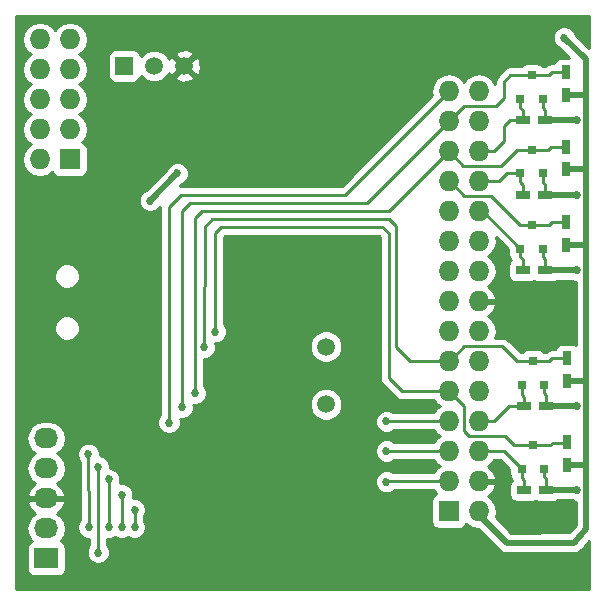
<source format=gbl>
G04 #@! TF.FileFunction,Copper,L2,Bot,Signal*
%FSLAX46Y46*%
G04 Gerber Fmt 4.6, Leading zero omitted, Abs format (unit mm)*
G04 Created by KiCad (PCBNEW 4.0.0-rc1-stable) date 06/12/2015 04:25:02 p.m.*
%MOMM*%
G01*
G04 APERTURE LIST*
%ADD10C,0.100000*%
%ADD11R,2.032000X1.727200*%
%ADD12O,2.032000X1.727200*%
%ADD13R,1.727200X1.727200*%
%ADD14O,1.727200X1.727200*%
%ADD15R,0.800100X0.800100*%
%ADD16R,1.200000X0.750000*%
%ADD17R,0.750000X1.200000*%
%ADD18C,1.510000*%
%ADD19R,1.510000X1.510000*%
%ADD20C,1.501140*%
%ADD21C,0.685800*%
%ADD22C,0.250000*%
%ADD23C,0.500000*%
%ADD24C,0.254000*%
G04 APERTURE END LIST*
D10*
D11*
X139900000Y-109800000D03*
D12*
X139900000Y-107260000D03*
X139900000Y-104720000D03*
X139900000Y-102180000D03*
X139900000Y-99640000D03*
D13*
X174000000Y-105800000D03*
D14*
X176540000Y-105800000D03*
X174000000Y-103260000D03*
X176540000Y-103260000D03*
X174000000Y-100720000D03*
X176540000Y-100720000D03*
X174000000Y-98180000D03*
X176540000Y-98180000D03*
X174000000Y-95640000D03*
X176540000Y-95640000D03*
X174000000Y-93100000D03*
X176540000Y-93100000D03*
X174000000Y-90560000D03*
X176540000Y-90560000D03*
X174000000Y-88020000D03*
X176540000Y-88020000D03*
X174000000Y-85480000D03*
X176540000Y-85480000D03*
X174000000Y-82940000D03*
X176540000Y-82940000D03*
X174000000Y-80400000D03*
X176540000Y-80400000D03*
X174000000Y-77860000D03*
X176540000Y-77860000D03*
X174000000Y-75320000D03*
X176540000Y-75320000D03*
X174000000Y-72780000D03*
X176540000Y-72780000D03*
X174000000Y-70240000D03*
X176540000Y-70240000D03*
D13*
X141900000Y-76000000D03*
D14*
X139360000Y-76000000D03*
X141900000Y-73460000D03*
X139360000Y-73460000D03*
X141900000Y-70920000D03*
X139360000Y-70920000D03*
X141900000Y-68380000D03*
X139360000Y-68380000D03*
X141900000Y-65840000D03*
X139360000Y-65840000D03*
D15*
X182050000Y-102200760D03*
X180150000Y-102200760D03*
X181100000Y-100201780D03*
X181950000Y-70900760D03*
X180050000Y-70900760D03*
X181000000Y-68901780D03*
X181950000Y-77200760D03*
X180050000Y-77200760D03*
X181000000Y-75201780D03*
X182050000Y-95100760D03*
X180150000Y-95100760D03*
X181100000Y-93101780D03*
X181950000Y-83600760D03*
X180050000Y-83600760D03*
X181000000Y-81601780D03*
D16*
X182250000Y-104000000D03*
X180350000Y-104000000D03*
X182150000Y-72700000D03*
X180250000Y-72700000D03*
D17*
X184000000Y-101850000D03*
X184000000Y-99950000D03*
X183900000Y-70550000D03*
X183900000Y-68650000D03*
D16*
X182150000Y-79000000D03*
X180250000Y-79000000D03*
X182250000Y-96900000D03*
X180350000Y-96900000D03*
D17*
X183900000Y-76850000D03*
X183900000Y-74950000D03*
X184000000Y-94750000D03*
X184000000Y-92850000D03*
D16*
X182150000Y-85400000D03*
X180250000Y-85400000D03*
D17*
X183900000Y-83250000D03*
X183900000Y-81350000D03*
D18*
X151580000Y-68100000D03*
D19*
X146500000Y-68100000D03*
D18*
X149040000Y-68100000D03*
D20*
X163600000Y-96740940D03*
X163600000Y-91859060D03*
D21*
X145040000Y-111390000D03*
X145850000Y-111390000D03*
X143460000Y-111390000D03*
X182120000Y-90390000D03*
X182110000Y-89580000D03*
X182130000Y-88770000D03*
X182120000Y-87970000D03*
X183660000Y-106310000D03*
X183660000Y-107110000D03*
X182870000Y-107110000D03*
X182070000Y-106310000D03*
X182070000Y-107100000D03*
X144250000Y-111390000D03*
X153680000Y-70850000D03*
X154260000Y-70290000D03*
X160670000Y-76330000D03*
X162230000Y-76320000D03*
X160680000Y-72730000D03*
X162260000Y-72730000D03*
X139430000Y-95750000D03*
X140220000Y-95750000D03*
X146880000Y-84460000D03*
X146880000Y-82870000D03*
X146720000Y-92420000D03*
X146720000Y-90820000D03*
X164660000Y-88130000D03*
X163860000Y-88130000D03*
X163060000Y-88130000D03*
X162260000Y-88130000D03*
X164710000Y-83620000D03*
X164710000Y-82820000D03*
X163900000Y-82820000D03*
X163100000Y-82820000D03*
X162280000Y-82810000D03*
X161470000Y-82830000D03*
X163900000Y-83620000D03*
X163100000Y-83620000D03*
X162280000Y-83620000D03*
X146720000Y-91620000D03*
X146880000Y-83670000D03*
X161470000Y-72730000D03*
X161450000Y-76320000D03*
X138650000Y-95750000D03*
X161470000Y-83620000D03*
X161460000Y-88130000D03*
X182870000Y-106310000D03*
X154830000Y-69720000D03*
X159650000Y-68730000D03*
X151000000Y-77200000D03*
X148700000Y-79500000D03*
X183750000Y-65700000D03*
X184800000Y-104000000D03*
X184800000Y-96900000D03*
X184800000Y-85400000D03*
X184800000Y-79000000D03*
X184800000Y-72700000D03*
X147390000Y-105690000D03*
X147390000Y-107140000D03*
X146300000Y-104420000D03*
X146300000Y-107140000D03*
X168700000Y-103300000D03*
X168700000Y-100700000D03*
X168700000Y-98200000D03*
X154200000Y-90600000D03*
X153300000Y-91900000D03*
X152500000Y-95800000D03*
X145200000Y-107150000D03*
X145200000Y-103100000D03*
X151400000Y-97000000D03*
X143490000Y-107140000D03*
X143480000Y-100970000D03*
X150300000Y-98300000D03*
X144300000Y-109300000D03*
X144300000Y-102050000D03*
D22*
X144620000Y-111390000D02*
X145040000Y-111390000D01*
X145040000Y-111390000D02*
X145850000Y-111390000D01*
X144250000Y-111390000D02*
X143460000Y-111390000D01*
X182120000Y-90390000D02*
X182130000Y-90390000D01*
X182110000Y-88790000D02*
X182110000Y-89580000D01*
X182130000Y-88770000D02*
X182110000Y-88790000D01*
X182870000Y-106310000D02*
X182870000Y-107110000D01*
X182070000Y-106310000D02*
X182870000Y-106310000D01*
X144250000Y-111390000D02*
X141870000Y-109010000D01*
X154830000Y-69720000D02*
X154260000Y-70290000D01*
X161450000Y-76320000D02*
X162230000Y-76320000D01*
X161470000Y-72730000D02*
X162260000Y-72730000D01*
X139430000Y-95750000D02*
X138650000Y-95750000D01*
X146880000Y-83670000D02*
X146880000Y-82870000D01*
X146720000Y-91620000D02*
X146720000Y-90820000D01*
X161460000Y-88130000D02*
X162260000Y-88130000D01*
X163060000Y-88130000D02*
X163860000Y-88130000D01*
X164710000Y-83620000D02*
X163900000Y-83620000D01*
X163900000Y-83620000D02*
X163900000Y-82820000D01*
X162280000Y-83620000D02*
X162280000Y-82810000D01*
X162280000Y-83620000D02*
X163100000Y-83620000D01*
X146720000Y-83830000D02*
X146720000Y-91620000D01*
X146880000Y-83670000D02*
X146720000Y-83830000D01*
X161470000Y-76300000D02*
X161470000Y-72730000D01*
X161450000Y-76320000D02*
X161470000Y-76300000D01*
X139900000Y-104720000D02*
X138350000Y-104720000D01*
X137820000Y-96580000D02*
X138650000Y-95750000D01*
X137820000Y-104190000D02*
X137820000Y-96580000D01*
X138350000Y-104720000D02*
X137820000Y-104190000D01*
X161470000Y-87750000D02*
X161470000Y-83620000D01*
X161460000Y-88130000D02*
X161470000Y-87750000D01*
X182070000Y-88020000D02*
X176540000Y-88020000D01*
X182120000Y-87970000D02*
X182070000Y-88020000D01*
X176540000Y-103260000D02*
X178080000Y-103260000D01*
X141840000Y-104720000D02*
X139900000Y-104720000D01*
X141870000Y-104690000D02*
X141840000Y-104720000D01*
X141870000Y-109010000D02*
X141870000Y-104690000D01*
X179600000Y-106310000D02*
X182870000Y-106310000D01*
X178650000Y-105360000D02*
X179600000Y-106310000D01*
X178650000Y-103830000D02*
X178650000Y-105360000D01*
X178080000Y-103260000D02*
X178650000Y-103830000D01*
X158660000Y-69720000D02*
X154830000Y-69720000D01*
X159650000Y-68730000D02*
X158660000Y-69720000D01*
D23*
X176540000Y-105800000D02*
X176540000Y-106150000D01*
X176540000Y-106150000D02*
X178880000Y-108490000D01*
X148700000Y-79500000D02*
X151000000Y-77200000D01*
X183900000Y-76850000D02*
X185550000Y-76850000D01*
X185550000Y-76850000D02*
X185600000Y-76900000D01*
X185600000Y-101850000D02*
X184000000Y-101850000D01*
X185600000Y-94750000D02*
X184000000Y-94750000D01*
X185600000Y-83250000D02*
X183900000Y-83250000D01*
X183900000Y-70550000D02*
X185600000Y-70550000D01*
X178880000Y-108490000D02*
X184587488Y-108481066D01*
X185600000Y-67550000D02*
X183750000Y-65700000D01*
X185600000Y-107330000D02*
X185600000Y-101850000D01*
X185600000Y-101850000D02*
X185600000Y-94750000D01*
X185600000Y-94750000D02*
X185600000Y-83250000D01*
X185600000Y-83250000D02*
X185600000Y-76900000D01*
X185600000Y-76900000D02*
X185600000Y-70550000D01*
X185600000Y-70550000D02*
X185600000Y-67550000D01*
X184587488Y-108481066D02*
X185600000Y-107330000D01*
X182250000Y-104000000D02*
X184800000Y-104000000D01*
X182250000Y-96900000D02*
X184800000Y-96900000D01*
X182150000Y-85400000D02*
X184800000Y-85400000D01*
X182150000Y-79000000D02*
X184800000Y-79000000D01*
X182150000Y-72700000D02*
X184800000Y-72700000D01*
D22*
X181950000Y-83600760D02*
X181950000Y-84250000D01*
X181950000Y-84250000D02*
X182150000Y-84450000D01*
X182150000Y-84450000D02*
X182150000Y-85400000D01*
X182250000Y-104000000D02*
X182250000Y-103050000D01*
X182050000Y-102850000D02*
X182050000Y-102200760D01*
X182250000Y-103050000D02*
X182050000Y-102850000D01*
X181950000Y-77200760D02*
X181950000Y-77950000D01*
X181950000Y-77950000D02*
X182150000Y-78150000D01*
X182150000Y-78150000D02*
X182150000Y-79000000D01*
X182050000Y-95100760D02*
X182050000Y-95750000D01*
X182250000Y-95950000D02*
X182250000Y-96900000D01*
X182050000Y-95750000D02*
X182250000Y-95950000D01*
X181950000Y-70900760D02*
X181950000Y-71650000D01*
X181950000Y-71650000D02*
X182150000Y-71850000D01*
X182150000Y-71850000D02*
X182150000Y-72700000D01*
X147390000Y-105690000D02*
X147390000Y-107140000D01*
X146300000Y-104420000D02*
X146300000Y-107140000D01*
X176500000Y-93100000D02*
X176540000Y-93100000D01*
X168740000Y-103260000D02*
X174000000Y-103260000D01*
X168700000Y-103300000D02*
X168740000Y-103260000D01*
X168720000Y-100720000D02*
X174000000Y-100720000D01*
X168700000Y-100700000D02*
X168720000Y-100720000D01*
X168720000Y-98180000D02*
X174000000Y-98180000D01*
X168700000Y-98200000D02*
X168720000Y-98180000D01*
X174000000Y-95640000D02*
X174000000Y-95650000D01*
X174000000Y-95650000D02*
X175250000Y-96900000D01*
X179501780Y-100201780D02*
X181100000Y-100201780D01*
X178750000Y-99450000D02*
X179501780Y-100201780D01*
X175700000Y-99450000D02*
X178750000Y-99450000D01*
X175250000Y-99000000D02*
X175700000Y-99450000D01*
X175250000Y-96900000D02*
X175250000Y-99000000D01*
X174000000Y-95640000D02*
X174010000Y-95640000D01*
X170040000Y-95640000D02*
X174000000Y-95640000D01*
X168900000Y-94500000D02*
X170040000Y-95640000D01*
X168900000Y-82260000D02*
X168900000Y-94500000D01*
X168330000Y-81750000D02*
X168900000Y-82260000D01*
X154720000Y-81750000D02*
X168330000Y-81750000D01*
X154210000Y-82260000D02*
X154720000Y-81750000D01*
X154200000Y-90600000D02*
X154210000Y-82260000D01*
X184000000Y-100050000D02*
X182750000Y-100050000D01*
X182598220Y-100201780D02*
X181100000Y-100201780D01*
X182750000Y-100050000D02*
X182598220Y-100201780D01*
X174000000Y-93100000D02*
X174050000Y-93100000D01*
X174050000Y-93100000D02*
X175300000Y-91850000D01*
X179751780Y-93101780D02*
X181100000Y-93101780D01*
X178500000Y-91850000D02*
X179751780Y-93101780D01*
X175300000Y-91850000D02*
X178500000Y-91850000D01*
X170700000Y-93100000D02*
X174000000Y-93100000D01*
X169500000Y-91900000D02*
X170700000Y-93100000D01*
X169510000Y-81690000D02*
X169500000Y-91900000D01*
X168890000Y-81070000D02*
X169510000Y-81690000D01*
X153940000Y-81080000D02*
X168890000Y-81070000D01*
X153310000Y-81700000D02*
X153940000Y-81080000D01*
X153300000Y-91900000D02*
X153310000Y-81700000D01*
X181100000Y-93101780D02*
X182498220Y-93101780D01*
X182750000Y-92850000D02*
X184000000Y-92850000D01*
X182498220Y-93101780D02*
X182750000Y-92850000D01*
X176540000Y-75320000D02*
X177780000Y-75320000D01*
X179150000Y-72700000D02*
X180250000Y-72700000D01*
X178650000Y-73200000D02*
X179150000Y-72700000D01*
X178650000Y-74450000D02*
X178650000Y-73200000D01*
X177780000Y-75320000D02*
X178650000Y-74450000D01*
X180170000Y-72780000D02*
X180250000Y-72700000D01*
X180049240Y-70900000D02*
X180050000Y-70900760D01*
X180050000Y-70900760D02*
X180050000Y-71650000D01*
X180050000Y-71650000D02*
X180250000Y-71850000D01*
X180250000Y-71850000D02*
X180250000Y-72700000D01*
X176540000Y-77860000D02*
X178240000Y-77860000D01*
X178899240Y-77200760D02*
X180050000Y-77200760D01*
X178240000Y-77860000D02*
X178899240Y-77200760D01*
X180050000Y-77200760D02*
X180050000Y-77950000D01*
X180250000Y-78150000D02*
X180250000Y-79000000D01*
X180050000Y-77950000D02*
X180250000Y-78150000D01*
X176540000Y-80400000D02*
X176849240Y-80400000D01*
X176849240Y-80400000D02*
X180050000Y-83600760D01*
X180050000Y-83600760D02*
X180050000Y-83450000D01*
X180050000Y-83600760D02*
X180050000Y-84250000D01*
X180250000Y-84450000D02*
X180250000Y-85400000D01*
X180050000Y-84250000D02*
X180250000Y-84450000D01*
X176540000Y-98180000D02*
X177820000Y-98180000D01*
X179100000Y-96900000D02*
X180350000Y-96900000D01*
X177820000Y-98180000D02*
X179100000Y-96900000D01*
X180150000Y-95100760D02*
X180150000Y-95950000D01*
X180150000Y-95950000D02*
X180350000Y-96150000D01*
X180350000Y-96150000D02*
X180350000Y-96900000D01*
X176540000Y-100720000D02*
X178669240Y-100720000D01*
X178669240Y-100720000D02*
X180150000Y-102200760D01*
X180350000Y-104000000D02*
X180350000Y-104050000D01*
X180350000Y-104000000D02*
X180350000Y-103150000D01*
X180150000Y-102950000D02*
X180150000Y-102200760D01*
X180350000Y-103150000D02*
X180150000Y-102950000D01*
X180150000Y-102200760D02*
X180110760Y-102240000D01*
X174000000Y-77860000D02*
X174060000Y-77860000D01*
X174060000Y-77860000D02*
X175300000Y-79100000D01*
X180051780Y-81601780D02*
X181000000Y-81601780D01*
X177550000Y-79100000D02*
X180051780Y-81601780D01*
X175300000Y-79100000D02*
X177550000Y-79100000D01*
X174000000Y-77860000D02*
X174000000Y-77850000D01*
X181000000Y-81601780D02*
X182498220Y-81601780D01*
X182750000Y-81350000D02*
X183900000Y-81350000D01*
X182498220Y-81601780D02*
X182750000Y-81350000D01*
X181000000Y-75201780D02*
X179748220Y-75201780D01*
X175230000Y-76550000D02*
X174000000Y-75320000D01*
X178400000Y-76550000D02*
X175230000Y-76550000D01*
X179748220Y-75201780D02*
X178400000Y-76550000D01*
X174000000Y-75320000D02*
X174000000Y-75300000D01*
X152500000Y-95800000D02*
X152500000Y-81000000D01*
X152500000Y-81000000D02*
X153100000Y-80400000D01*
X153100000Y-80400000D02*
X168920000Y-80400000D01*
X168920000Y-80400000D02*
X174000000Y-75320000D01*
X181000000Y-75201780D02*
X182398220Y-75201780D01*
X182650000Y-74950000D02*
X183900000Y-74950000D01*
X182398220Y-75201780D02*
X182650000Y-74950000D01*
X145200000Y-103100000D02*
X145200000Y-107150000D01*
X174000000Y-72780000D02*
X174000000Y-72750000D01*
X174000000Y-72750000D02*
X175250000Y-71500000D01*
X179198220Y-68901780D02*
X181000000Y-68901780D01*
X178650000Y-69450000D02*
X179198220Y-68901780D01*
X178650000Y-70850000D02*
X178650000Y-69450000D01*
X178000000Y-71500000D02*
X178650000Y-70850000D01*
X175250000Y-71500000D02*
X178000000Y-71500000D01*
X181000000Y-68901780D02*
X182448220Y-68901780D01*
X182700000Y-68650000D02*
X183900000Y-68650000D01*
X182448220Y-68901780D02*
X182700000Y-68650000D01*
X167080000Y-79700000D02*
X174000000Y-72780000D01*
X152100000Y-79700000D02*
X167080000Y-79700000D01*
X151400000Y-80400000D02*
X152100000Y-79700000D01*
X151400000Y-97000000D02*
X151400000Y-80400000D01*
X143480000Y-100970000D02*
X143490000Y-107140000D01*
X165240000Y-79000000D02*
X174000000Y-70240000D01*
X151300000Y-79000000D02*
X165240000Y-79000000D01*
X150300000Y-80000000D02*
X151300000Y-79000000D01*
X150300000Y-98300000D02*
X150300000Y-80000000D01*
X144300000Y-102050000D02*
X144300000Y-109300000D01*
D24*
G36*
X185890000Y-66588421D02*
X184671846Y-65370266D01*
X184579507Y-65146788D01*
X184304659Y-64871460D01*
X183945370Y-64722270D01*
X183556337Y-64721931D01*
X183196788Y-64870493D01*
X182921460Y-65145341D01*
X182772270Y-65504630D01*
X182771931Y-65893663D01*
X182920493Y-66253212D01*
X183195341Y-66528540D01*
X183420422Y-66622002D01*
X184200981Y-67402560D01*
X183525000Y-67402560D01*
X183289683Y-67446838D01*
X183073559Y-67585910D01*
X182928569Y-67798110D01*
X182909961Y-67890000D01*
X182700000Y-67890000D01*
X182409161Y-67947852D01*
X182162599Y-68112599D01*
X182133418Y-68141780D01*
X181923013Y-68141780D01*
X181864140Y-68050289D01*
X181651940Y-67905299D01*
X181400050Y-67854290D01*
X180599950Y-67854290D01*
X180364633Y-67898568D01*
X180148509Y-68037640D01*
X180077353Y-68141780D01*
X179198220Y-68141780D01*
X178907381Y-68199632D01*
X178660819Y-68364379D01*
X178112599Y-68912599D01*
X177947852Y-69159161D01*
X177890000Y-69450000D01*
X177890000Y-69585480D01*
X177599670Y-69150971D01*
X177113489Y-68826115D01*
X176540000Y-68712041D01*
X175966511Y-68826115D01*
X175480330Y-69150971D01*
X175270000Y-69465752D01*
X175059670Y-69150971D01*
X174573489Y-68826115D01*
X174000000Y-68712041D01*
X173426511Y-68826115D01*
X172940330Y-69150971D01*
X172615474Y-69637152D01*
X172501400Y-70210641D01*
X172501400Y-70269359D01*
X172566842Y-70598356D01*
X164925198Y-78240000D01*
X151300000Y-78240000D01*
X151189624Y-78261955D01*
X151329733Y-78121846D01*
X151553212Y-78029507D01*
X151828540Y-77754659D01*
X151977730Y-77395370D01*
X151978069Y-77006337D01*
X151829507Y-76646788D01*
X151554659Y-76371460D01*
X151195370Y-76222270D01*
X150806337Y-76221931D01*
X150446788Y-76370493D01*
X150171460Y-76645341D01*
X150077998Y-76870423D01*
X148370266Y-78578154D01*
X148146788Y-78670493D01*
X147871460Y-78945341D01*
X147722270Y-79304630D01*
X147721931Y-79693663D01*
X147870493Y-80053212D01*
X148145341Y-80328540D01*
X148504630Y-80477730D01*
X148893663Y-80478069D01*
X149253212Y-80329507D01*
X149528540Y-80054659D01*
X149540000Y-80027060D01*
X149540000Y-97676920D01*
X149471460Y-97745341D01*
X149322270Y-98104630D01*
X149321931Y-98493663D01*
X149470493Y-98853212D01*
X149745341Y-99128540D01*
X150104630Y-99277730D01*
X150493663Y-99278069D01*
X150853212Y-99129507D01*
X151128540Y-98854659D01*
X151277730Y-98495370D01*
X151278069Y-98106337D01*
X151224937Y-97977748D01*
X151593663Y-97978069D01*
X151953212Y-97829507D01*
X152228540Y-97554659D01*
X152377730Y-97195370D01*
X152377886Y-97015338D01*
X162214190Y-97015338D01*
X162424686Y-97524777D01*
X162814113Y-97914884D01*
X163323184Y-98126269D01*
X163874398Y-98126750D01*
X164383837Y-97916254D01*
X164773944Y-97526827D01*
X164985329Y-97017756D01*
X164985810Y-96466542D01*
X164775314Y-95957103D01*
X164385887Y-95566996D01*
X163876816Y-95355611D01*
X163325602Y-95355130D01*
X162816163Y-95565626D01*
X162426056Y-95955053D01*
X162214671Y-96464124D01*
X162214190Y-97015338D01*
X152377886Y-97015338D01*
X152378069Y-96806337D01*
X152366271Y-96777784D01*
X152693663Y-96778069D01*
X153053212Y-96629507D01*
X153328540Y-96354659D01*
X153477730Y-95995370D01*
X153478069Y-95606337D01*
X153329507Y-95246788D01*
X153260000Y-95177160D01*
X153260000Y-92877865D01*
X153493663Y-92878069D01*
X153853212Y-92729507D01*
X154128540Y-92454659D01*
X154261914Y-92133458D01*
X162214190Y-92133458D01*
X162424686Y-92642897D01*
X162814113Y-93033004D01*
X163323184Y-93244389D01*
X163874398Y-93244870D01*
X164383837Y-93034374D01*
X164773944Y-92644947D01*
X164985329Y-92135876D01*
X164985810Y-91584662D01*
X164775314Y-91075223D01*
X164385887Y-90685116D01*
X163876816Y-90473731D01*
X163325602Y-90473250D01*
X162816163Y-90683746D01*
X162426056Y-91073173D01*
X162214671Y-91582244D01*
X162214190Y-92133458D01*
X154261914Y-92133458D01*
X154277730Y-92095370D01*
X154278069Y-91706337D01*
X154225009Y-91577922D01*
X154393663Y-91578069D01*
X154753212Y-91429507D01*
X155028540Y-91154659D01*
X155177730Y-90795370D01*
X155178069Y-90406337D01*
X155029507Y-90046788D01*
X154960746Y-89977907D01*
X154969622Y-82575180D01*
X155034802Y-82510000D01*
X168039631Y-82510000D01*
X168140000Y-82599803D01*
X168140000Y-94500000D01*
X168197852Y-94790839D01*
X168362599Y-95037401D01*
X169502599Y-96177401D01*
X169749160Y-96342148D01*
X169797414Y-96351746D01*
X170040000Y-96400000D01*
X172720480Y-96400000D01*
X172940330Y-96729029D01*
X173211172Y-96910000D01*
X172940330Y-97090971D01*
X172720480Y-97420000D01*
X169303114Y-97420000D01*
X169254659Y-97371460D01*
X168895370Y-97222270D01*
X168506337Y-97221931D01*
X168146788Y-97370493D01*
X167871460Y-97645341D01*
X167722270Y-98004630D01*
X167721931Y-98393663D01*
X167870493Y-98753212D01*
X168145341Y-99028540D01*
X168504630Y-99177730D01*
X168893663Y-99178069D01*
X169253212Y-99029507D01*
X169342875Y-98940000D01*
X172720480Y-98940000D01*
X172940330Y-99269029D01*
X173211172Y-99450000D01*
X172940330Y-99630971D01*
X172720480Y-99960000D01*
X169343045Y-99960000D01*
X169254659Y-99871460D01*
X168895370Y-99722270D01*
X168506337Y-99721931D01*
X168146788Y-99870493D01*
X167871460Y-100145341D01*
X167722270Y-100504630D01*
X167721931Y-100893663D01*
X167870493Y-101253212D01*
X168145341Y-101528540D01*
X168504630Y-101677730D01*
X168893663Y-101678069D01*
X169253212Y-101529507D01*
X169302805Y-101480000D01*
X172720480Y-101480000D01*
X172940330Y-101809029D01*
X173211172Y-101990000D01*
X172940330Y-102170971D01*
X172720480Y-102500000D01*
X169283149Y-102500000D01*
X169254659Y-102471460D01*
X168895370Y-102322270D01*
X168506337Y-102321931D01*
X168146788Y-102470493D01*
X167871460Y-102745341D01*
X167722270Y-103104630D01*
X167721931Y-103493663D01*
X167870493Y-103853212D01*
X168145341Y-104128540D01*
X168504630Y-104277730D01*
X168893663Y-104278069D01*
X169253212Y-104129507D01*
X169362910Y-104020000D01*
X172720480Y-104020000D01*
X172926574Y-104328442D01*
X172901083Y-104333238D01*
X172684959Y-104472310D01*
X172539969Y-104684510D01*
X172488960Y-104936400D01*
X172488960Y-106663600D01*
X172533238Y-106898917D01*
X172672310Y-107115041D01*
X172884510Y-107260031D01*
X173136400Y-107311040D01*
X174863600Y-107311040D01*
X175098917Y-107266762D01*
X175315041Y-107127690D01*
X175460031Y-106915490D01*
X175468864Y-106871869D01*
X175480330Y-106889029D01*
X175966511Y-107213885D01*
X176448099Y-107309679D01*
X178254211Y-109115790D01*
X178254795Y-109116181D01*
X178255190Y-109116769D01*
X178398734Y-109212357D01*
X178541326Y-109307633D01*
X178542017Y-109307770D01*
X178542605Y-109308162D01*
X178711101Y-109341404D01*
X178880000Y-109375001D01*
X178880695Y-109374863D01*
X178881385Y-109374999D01*
X184588873Y-109366065D01*
X184616306Y-109360563D01*
X184644047Y-109364258D01*
X184784727Y-109326788D01*
X184927442Y-109298168D01*
X184950683Y-109282586D01*
X184977724Y-109275384D01*
X185093339Y-109186944D01*
X185214257Y-109105876D01*
X185229769Y-109082582D01*
X185251991Y-109065583D01*
X185890000Y-108340268D01*
X185890000Y-112390000D01*
X137337000Y-112390000D01*
X137337000Y-107260000D01*
X138216655Y-107260000D01*
X138330729Y-107833489D01*
X138655585Y-108319670D01*
X138669913Y-108329243D01*
X138648683Y-108333238D01*
X138432559Y-108472310D01*
X138287569Y-108684510D01*
X138236560Y-108936400D01*
X138236560Y-110663600D01*
X138280838Y-110898917D01*
X138419910Y-111115041D01*
X138632110Y-111260031D01*
X138884000Y-111311040D01*
X140916000Y-111311040D01*
X141151317Y-111266762D01*
X141367441Y-111127690D01*
X141512431Y-110915490D01*
X141563440Y-110663600D01*
X141563440Y-108936400D01*
X141519162Y-108701083D01*
X141380090Y-108484959D01*
X141167890Y-108339969D01*
X141126561Y-108331600D01*
X141144415Y-108319670D01*
X141469271Y-107833489D01*
X141583345Y-107260000D01*
X141469271Y-106686511D01*
X141144415Y-106200330D01*
X140834931Y-105993539D01*
X141250732Y-105622036D01*
X141504709Y-105094791D01*
X141507358Y-105079026D01*
X141386217Y-104847000D01*
X140027000Y-104847000D01*
X140027000Y-104867000D01*
X139773000Y-104867000D01*
X139773000Y-104847000D01*
X138413783Y-104847000D01*
X138292642Y-105079026D01*
X138295291Y-105094791D01*
X138549268Y-105622036D01*
X138965069Y-105993539D01*
X138655585Y-106200330D01*
X138330729Y-106686511D01*
X138216655Y-107260000D01*
X137337000Y-107260000D01*
X137337000Y-99640000D01*
X138216655Y-99640000D01*
X138330729Y-100213489D01*
X138655585Y-100699670D01*
X138970366Y-100910000D01*
X138655585Y-101120330D01*
X138330729Y-101606511D01*
X138216655Y-102180000D01*
X138330729Y-102753489D01*
X138655585Y-103239670D01*
X138965069Y-103446461D01*
X138549268Y-103817964D01*
X138295291Y-104345209D01*
X138292642Y-104360974D01*
X138413783Y-104593000D01*
X139773000Y-104593000D01*
X139773000Y-104573000D01*
X140027000Y-104573000D01*
X140027000Y-104593000D01*
X141386217Y-104593000D01*
X141507358Y-104360974D01*
X141504709Y-104345209D01*
X141250732Y-103817964D01*
X140834931Y-103446461D01*
X141144415Y-103239670D01*
X141469271Y-102753489D01*
X141583345Y-102180000D01*
X141469271Y-101606511D01*
X141173370Y-101163663D01*
X142501931Y-101163663D01*
X142650493Y-101523212D01*
X142721010Y-101593852D01*
X142728991Y-106517928D01*
X142661460Y-106585341D01*
X142512270Y-106944630D01*
X142511931Y-107333663D01*
X142660493Y-107693212D01*
X142935341Y-107968540D01*
X143294630Y-108117730D01*
X143540000Y-108117944D01*
X143540000Y-108676920D01*
X143471460Y-108745341D01*
X143322270Y-109104630D01*
X143321931Y-109493663D01*
X143470493Y-109853212D01*
X143745341Y-110128540D01*
X144104630Y-110277730D01*
X144493663Y-110278069D01*
X144853212Y-110129507D01*
X145128540Y-109854659D01*
X145277730Y-109495370D01*
X145278069Y-109106337D01*
X145129507Y-108746788D01*
X145060000Y-108677160D01*
X145060000Y-108127778D01*
X145393663Y-108128069D01*
X145753212Y-107979507D01*
X145758659Y-107974070D01*
X146104630Y-108117730D01*
X146493663Y-108118069D01*
X146845422Y-107972726D01*
X147194630Y-108117730D01*
X147583663Y-108118069D01*
X147943212Y-107969507D01*
X148218540Y-107694659D01*
X148367730Y-107335370D01*
X148368069Y-106946337D01*
X148219507Y-106586788D01*
X148150000Y-106517160D01*
X148150000Y-106313080D01*
X148218540Y-106244659D01*
X148367730Y-105885370D01*
X148368069Y-105496337D01*
X148219507Y-105136788D01*
X147944659Y-104861460D01*
X147585370Y-104712270D01*
X147237619Y-104711967D01*
X147277730Y-104615370D01*
X147278069Y-104226337D01*
X147129507Y-103866788D01*
X146854659Y-103591460D01*
X146495370Y-103442270D01*
X146116869Y-103441940D01*
X146177730Y-103295370D01*
X146178069Y-102906337D01*
X146029507Y-102546788D01*
X145754659Y-102271460D01*
X145395370Y-102122270D01*
X145277837Y-102122168D01*
X145278069Y-101856337D01*
X145129507Y-101496788D01*
X144854659Y-101221460D01*
X144495370Y-101072270D01*
X144457811Y-101072237D01*
X144458069Y-100776337D01*
X144309507Y-100416788D01*
X144034659Y-100141460D01*
X143675370Y-99992270D01*
X143286337Y-99991931D01*
X142926788Y-100140493D01*
X142651460Y-100415341D01*
X142502270Y-100774630D01*
X142501931Y-101163663D01*
X141173370Y-101163663D01*
X141144415Y-101120330D01*
X140829634Y-100910000D01*
X141144415Y-100699670D01*
X141469271Y-100213489D01*
X141583345Y-99640000D01*
X141469271Y-99066511D01*
X141144415Y-98580330D01*
X140658234Y-98255474D01*
X140084745Y-98141400D01*
X139715255Y-98141400D01*
X139141766Y-98255474D01*
X138655585Y-98580330D01*
X138330729Y-99066511D01*
X138216655Y-99640000D01*
X137337000Y-99640000D01*
X137337000Y-90514430D01*
X140566132Y-90514430D01*
X140730902Y-90913203D01*
X141035733Y-91218566D01*
X141434217Y-91384031D01*
X141865690Y-91384408D01*
X142264463Y-91219638D01*
X142569826Y-90914807D01*
X142735291Y-90516323D01*
X142735668Y-90084850D01*
X142570898Y-89686077D01*
X142266067Y-89380714D01*
X141867583Y-89215249D01*
X141436110Y-89214872D01*
X141037337Y-89379642D01*
X140731974Y-89684473D01*
X140566509Y-90082957D01*
X140566132Y-90514430D01*
X137337000Y-90514430D01*
X137337000Y-86115150D01*
X140566132Y-86115150D01*
X140730902Y-86513923D01*
X141035733Y-86819286D01*
X141434217Y-86984751D01*
X141865690Y-86985128D01*
X142264463Y-86820358D01*
X142569826Y-86515527D01*
X142735291Y-86117043D01*
X142735668Y-85685570D01*
X142570898Y-85286797D01*
X142266067Y-84981434D01*
X141867583Y-84815969D01*
X141436110Y-84815592D01*
X141037337Y-84980362D01*
X140731974Y-85285193D01*
X140566509Y-85683677D01*
X140566132Y-86115150D01*
X137337000Y-86115150D01*
X137337000Y-65840000D01*
X137832041Y-65840000D01*
X137946115Y-66413489D01*
X138270971Y-66899670D01*
X138585752Y-67110000D01*
X138270971Y-67320330D01*
X137946115Y-67806511D01*
X137832041Y-68380000D01*
X137946115Y-68953489D01*
X138270971Y-69439670D01*
X138585752Y-69650000D01*
X138270971Y-69860330D01*
X137946115Y-70346511D01*
X137832041Y-70920000D01*
X137946115Y-71493489D01*
X138270971Y-71979670D01*
X138585752Y-72190000D01*
X138270971Y-72400330D01*
X137946115Y-72886511D01*
X137832041Y-73460000D01*
X137946115Y-74033489D01*
X138270971Y-74519670D01*
X138585752Y-74730000D01*
X138270971Y-74940330D01*
X137946115Y-75426511D01*
X137832041Y-76000000D01*
X137946115Y-76573489D01*
X138270971Y-77059670D01*
X138757152Y-77384526D01*
X139330641Y-77498600D01*
X139389359Y-77498600D01*
X139962848Y-77384526D01*
X140428442Y-77073426D01*
X140433238Y-77098917D01*
X140572310Y-77315041D01*
X140784510Y-77460031D01*
X141036400Y-77511040D01*
X142763600Y-77511040D01*
X142998917Y-77466762D01*
X143215041Y-77327690D01*
X143360031Y-77115490D01*
X143411040Y-76863600D01*
X143411040Y-75136400D01*
X143366762Y-74901083D01*
X143227690Y-74684959D01*
X143015490Y-74539969D01*
X142971869Y-74531136D01*
X142989029Y-74519670D01*
X143313885Y-74033489D01*
X143427959Y-73460000D01*
X143313885Y-72886511D01*
X142989029Y-72400330D01*
X142674248Y-72190000D01*
X142989029Y-71979670D01*
X143313885Y-71493489D01*
X143427959Y-70920000D01*
X143313885Y-70346511D01*
X142989029Y-69860330D01*
X142674248Y-69650000D01*
X142989029Y-69439670D01*
X143313885Y-68953489D01*
X143427959Y-68380000D01*
X143313885Y-67806511D01*
X143005513Y-67345000D01*
X145097560Y-67345000D01*
X145097560Y-68855000D01*
X145141838Y-69090317D01*
X145280910Y-69306441D01*
X145493110Y-69451431D01*
X145745000Y-69502440D01*
X147255000Y-69502440D01*
X147490317Y-69458162D01*
X147706441Y-69319090D01*
X147851431Y-69106890D01*
X147890162Y-68915629D01*
X148251600Y-69277698D01*
X148762299Y-69489758D01*
X149315275Y-69490241D01*
X149826343Y-69279072D01*
X150030630Y-69075141D01*
X150784465Y-69075141D01*
X150853068Y-69316601D01*
X151373976Y-69502177D01*
X151926249Y-69474285D01*
X152306932Y-69316601D01*
X152375535Y-69075141D01*
X151580000Y-68279605D01*
X150784465Y-69075141D01*
X150030630Y-69075141D01*
X150217698Y-68888400D01*
X150303384Y-68682044D01*
X150363399Y-68826932D01*
X150604859Y-68895535D01*
X151400395Y-68100000D01*
X151759605Y-68100000D01*
X152555141Y-68895535D01*
X152796601Y-68826932D01*
X152982177Y-68306024D01*
X152954285Y-67753751D01*
X152796601Y-67373068D01*
X152555141Y-67304465D01*
X151759605Y-68100000D01*
X151400395Y-68100000D01*
X150604859Y-67304465D01*
X150363399Y-67373068D01*
X150307941Y-67528737D01*
X150219072Y-67313657D01*
X150030604Y-67124859D01*
X150784465Y-67124859D01*
X151580000Y-67920395D01*
X152375535Y-67124859D01*
X152306932Y-66883399D01*
X151786024Y-66697823D01*
X151233751Y-66725715D01*
X150853068Y-66883399D01*
X150784465Y-67124859D01*
X150030604Y-67124859D01*
X149828400Y-66922302D01*
X149317701Y-66710242D01*
X148764725Y-66709759D01*
X148253657Y-66920928D01*
X147890802Y-67283150D01*
X147858162Y-67109683D01*
X147719090Y-66893559D01*
X147506890Y-66748569D01*
X147255000Y-66697560D01*
X145745000Y-66697560D01*
X145509683Y-66741838D01*
X145293559Y-66880910D01*
X145148569Y-67093110D01*
X145097560Y-67345000D01*
X143005513Y-67345000D01*
X142989029Y-67320330D01*
X142674248Y-67110000D01*
X142989029Y-66899670D01*
X143313885Y-66413489D01*
X143427959Y-65840000D01*
X143313885Y-65266511D01*
X142989029Y-64780330D01*
X142502848Y-64455474D01*
X141929359Y-64341400D01*
X141870641Y-64341400D01*
X141297152Y-64455474D01*
X140810971Y-64780330D01*
X140630000Y-65051172D01*
X140449029Y-64780330D01*
X139962848Y-64455474D01*
X139389359Y-64341400D01*
X139330641Y-64341400D01*
X138757152Y-64455474D01*
X138270971Y-64780330D01*
X137946115Y-65266511D01*
X137832041Y-65840000D01*
X137337000Y-65840000D01*
X137337000Y-63837000D01*
X185890000Y-63837000D01*
X185890000Y-66588421D01*
X185890000Y-66588421D01*
G37*
X185890000Y-66588421D02*
X184671846Y-65370266D01*
X184579507Y-65146788D01*
X184304659Y-64871460D01*
X183945370Y-64722270D01*
X183556337Y-64721931D01*
X183196788Y-64870493D01*
X182921460Y-65145341D01*
X182772270Y-65504630D01*
X182771931Y-65893663D01*
X182920493Y-66253212D01*
X183195341Y-66528540D01*
X183420422Y-66622002D01*
X184200981Y-67402560D01*
X183525000Y-67402560D01*
X183289683Y-67446838D01*
X183073559Y-67585910D01*
X182928569Y-67798110D01*
X182909961Y-67890000D01*
X182700000Y-67890000D01*
X182409161Y-67947852D01*
X182162599Y-68112599D01*
X182133418Y-68141780D01*
X181923013Y-68141780D01*
X181864140Y-68050289D01*
X181651940Y-67905299D01*
X181400050Y-67854290D01*
X180599950Y-67854290D01*
X180364633Y-67898568D01*
X180148509Y-68037640D01*
X180077353Y-68141780D01*
X179198220Y-68141780D01*
X178907381Y-68199632D01*
X178660819Y-68364379D01*
X178112599Y-68912599D01*
X177947852Y-69159161D01*
X177890000Y-69450000D01*
X177890000Y-69585480D01*
X177599670Y-69150971D01*
X177113489Y-68826115D01*
X176540000Y-68712041D01*
X175966511Y-68826115D01*
X175480330Y-69150971D01*
X175270000Y-69465752D01*
X175059670Y-69150971D01*
X174573489Y-68826115D01*
X174000000Y-68712041D01*
X173426511Y-68826115D01*
X172940330Y-69150971D01*
X172615474Y-69637152D01*
X172501400Y-70210641D01*
X172501400Y-70269359D01*
X172566842Y-70598356D01*
X164925198Y-78240000D01*
X151300000Y-78240000D01*
X151189624Y-78261955D01*
X151329733Y-78121846D01*
X151553212Y-78029507D01*
X151828540Y-77754659D01*
X151977730Y-77395370D01*
X151978069Y-77006337D01*
X151829507Y-76646788D01*
X151554659Y-76371460D01*
X151195370Y-76222270D01*
X150806337Y-76221931D01*
X150446788Y-76370493D01*
X150171460Y-76645341D01*
X150077998Y-76870423D01*
X148370266Y-78578154D01*
X148146788Y-78670493D01*
X147871460Y-78945341D01*
X147722270Y-79304630D01*
X147721931Y-79693663D01*
X147870493Y-80053212D01*
X148145341Y-80328540D01*
X148504630Y-80477730D01*
X148893663Y-80478069D01*
X149253212Y-80329507D01*
X149528540Y-80054659D01*
X149540000Y-80027060D01*
X149540000Y-97676920D01*
X149471460Y-97745341D01*
X149322270Y-98104630D01*
X149321931Y-98493663D01*
X149470493Y-98853212D01*
X149745341Y-99128540D01*
X150104630Y-99277730D01*
X150493663Y-99278069D01*
X150853212Y-99129507D01*
X151128540Y-98854659D01*
X151277730Y-98495370D01*
X151278069Y-98106337D01*
X151224937Y-97977748D01*
X151593663Y-97978069D01*
X151953212Y-97829507D01*
X152228540Y-97554659D01*
X152377730Y-97195370D01*
X152377886Y-97015338D01*
X162214190Y-97015338D01*
X162424686Y-97524777D01*
X162814113Y-97914884D01*
X163323184Y-98126269D01*
X163874398Y-98126750D01*
X164383837Y-97916254D01*
X164773944Y-97526827D01*
X164985329Y-97017756D01*
X164985810Y-96466542D01*
X164775314Y-95957103D01*
X164385887Y-95566996D01*
X163876816Y-95355611D01*
X163325602Y-95355130D01*
X162816163Y-95565626D01*
X162426056Y-95955053D01*
X162214671Y-96464124D01*
X162214190Y-97015338D01*
X152377886Y-97015338D01*
X152378069Y-96806337D01*
X152366271Y-96777784D01*
X152693663Y-96778069D01*
X153053212Y-96629507D01*
X153328540Y-96354659D01*
X153477730Y-95995370D01*
X153478069Y-95606337D01*
X153329507Y-95246788D01*
X153260000Y-95177160D01*
X153260000Y-92877865D01*
X153493663Y-92878069D01*
X153853212Y-92729507D01*
X154128540Y-92454659D01*
X154261914Y-92133458D01*
X162214190Y-92133458D01*
X162424686Y-92642897D01*
X162814113Y-93033004D01*
X163323184Y-93244389D01*
X163874398Y-93244870D01*
X164383837Y-93034374D01*
X164773944Y-92644947D01*
X164985329Y-92135876D01*
X164985810Y-91584662D01*
X164775314Y-91075223D01*
X164385887Y-90685116D01*
X163876816Y-90473731D01*
X163325602Y-90473250D01*
X162816163Y-90683746D01*
X162426056Y-91073173D01*
X162214671Y-91582244D01*
X162214190Y-92133458D01*
X154261914Y-92133458D01*
X154277730Y-92095370D01*
X154278069Y-91706337D01*
X154225009Y-91577922D01*
X154393663Y-91578069D01*
X154753212Y-91429507D01*
X155028540Y-91154659D01*
X155177730Y-90795370D01*
X155178069Y-90406337D01*
X155029507Y-90046788D01*
X154960746Y-89977907D01*
X154969622Y-82575180D01*
X155034802Y-82510000D01*
X168039631Y-82510000D01*
X168140000Y-82599803D01*
X168140000Y-94500000D01*
X168197852Y-94790839D01*
X168362599Y-95037401D01*
X169502599Y-96177401D01*
X169749160Y-96342148D01*
X169797414Y-96351746D01*
X170040000Y-96400000D01*
X172720480Y-96400000D01*
X172940330Y-96729029D01*
X173211172Y-96910000D01*
X172940330Y-97090971D01*
X172720480Y-97420000D01*
X169303114Y-97420000D01*
X169254659Y-97371460D01*
X168895370Y-97222270D01*
X168506337Y-97221931D01*
X168146788Y-97370493D01*
X167871460Y-97645341D01*
X167722270Y-98004630D01*
X167721931Y-98393663D01*
X167870493Y-98753212D01*
X168145341Y-99028540D01*
X168504630Y-99177730D01*
X168893663Y-99178069D01*
X169253212Y-99029507D01*
X169342875Y-98940000D01*
X172720480Y-98940000D01*
X172940330Y-99269029D01*
X173211172Y-99450000D01*
X172940330Y-99630971D01*
X172720480Y-99960000D01*
X169343045Y-99960000D01*
X169254659Y-99871460D01*
X168895370Y-99722270D01*
X168506337Y-99721931D01*
X168146788Y-99870493D01*
X167871460Y-100145341D01*
X167722270Y-100504630D01*
X167721931Y-100893663D01*
X167870493Y-101253212D01*
X168145341Y-101528540D01*
X168504630Y-101677730D01*
X168893663Y-101678069D01*
X169253212Y-101529507D01*
X169302805Y-101480000D01*
X172720480Y-101480000D01*
X172940330Y-101809029D01*
X173211172Y-101990000D01*
X172940330Y-102170971D01*
X172720480Y-102500000D01*
X169283149Y-102500000D01*
X169254659Y-102471460D01*
X168895370Y-102322270D01*
X168506337Y-102321931D01*
X168146788Y-102470493D01*
X167871460Y-102745341D01*
X167722270Y-103104630D01*
X167721931Y-103493663D01*
X167870493Y-103853212D01*
X168145341Y-104128540D01*
X168504630Y-104277730D01*
X168893663Y-104278069D01*
X169253212Y-104129507D01*
X169362910Y-104020000D01*
X172720480Y-104020000D01*
X172926574Y-104328442D01*
X172901083Y-104333238D01*
X172684959Y-104472310D01*
X172539969Y-104684510D01*
X172488960Y-104936400D01*
X172488960Y-106663600D01*
X172533238Y-106898917D01*
X172672310Y-107115041D01*
X172884510Y-107260031D01*
X173136400Y-107311040D01*
X174863600Y-107311040D01*
X175098917Y-107266762D01*
X175315041Y-107127690D01*
X175460031Y-106915490D01*
X175468864Y-106871869D01*
X175480330Y-106889029D01*
X175966511Y-107213885D01*
X176448099Y-107309679D01*
X178254211Y-109115790D01*
X178254795Y-109116181D01*
X178255190Y-109116769D01*
X178398734Y-109212357D01*
X178541326Y-109307633D01*
X178542017Y-109307770D01*
X178542605Y-109308162D01*
X178711101Y-109341404D01*
X178880000Y-109375001D01*
X178880695Y-109374863D01*
X178881385Y-109374999D01*
X184588873Y-109366065D01*
X184616306Y-109360563D01*
X184644047Y-109364258D01*
X184784727Y-109326788D01*
X184927442Y-109298168D01*
X184950683Y-109282586D01*
X184977724Y-109275384D01*
X185093339Y-109186944D01*
X185214257Y-109105876D01*
X185229769Y-109082582D01*
X185251991Y-109065583D01*
X185890000Y-108340268D01*
X185890000Y-112390000D01*
X137337000Y-112390000D01*
X137337000Y-107260000D01*
X138216655Y-107260000D01*
X138330729Y-107833489D01*
X138655585Y-108319670D01*
X138669913Y-108329243D01*
X138648683Y-108333238D01*
X138432559Y-108472310D01*
X138287569Y-108684510D01*
X138236560Y-108936400D01*
X138236560Y-110663600D01*
X138280838Y-110898917D01*
X138419910Y-111115041D01*
X138632110Y-111260031D01*
X138884000Y-111311040D01*
X140916000Y-111311040D01*
X141151317Y-111266762D01*
X141367441Y-111127690D01*
X141512431Y-110915490D01*
X141563440Y-110663600D01*
X141563440Y-108936400D01*
X141519162Y-108701083D01*
X141380090Y-108484959D01*
X141167890Y-108339969D01*
X141126561Y-108331600D01*
X141144415Y-108319670D01*
X141469271Y-107833489D01*
X141583345Y-107260000D01*
X141469271Y-106686511D01*
X141144415Y-106200330D01*
X140834931Y-105993539D01*
X141250732Y-105622036D01*
X141504709Y-105094791D01*
X141507358Y-105079026D01*
X141386217Y-104847000D01*
X140027000Y-104847000D01*
X140027000Y-104867000D01*
X139773000Y-104867000D01*
X139773000Y-104847000D01*
X138413783Y-104847000D01*
X138292642Y-105079026D01*
X138295291Y-105094791D01*
X138549268Y-105622036D01*
X138965069Y-105993539D01*
X138655585Y-106200330D01*
X138330729Y-106686511D01*
X138216655Y-107260000D01*
X137337000Y-107260000D01*
X137337000Y-99640000D01*
X138216655Y-99640000D01*
X138330729Y-100213489D01*
X138655585Y-100699670D01*
X138970366Y-100910000D01*
X138655585Y-101120330D01*
X138330729Y-101606511D01*
X138216655Y-102180000D01*
X138330729Y-102753489D01*
X138655585Y-103239670D01*
X138965069Y-103446461D01*
X138549268Y-103817964D01*
X138295291Y-104345209D01*
X138292642Y-104360974D01*
X138413783Y-104593000D01*
X139773000Y-104593000D01*
X139773000Y-104573000D01*
X140027000Y-104573000D01*
X140027000Y-104593000D01*
X141386217Y-104593000D01*
X141507358Y-104360974D01*
X141504709Y-104345209D01*
X141250732Y-103817964D01*
X140834931Y-103446461D01*
X141144415Y-103239670D01*
X141469271Y-102753489D01*
X141583345Y-102180000D01*
X141469271Y-101606511D01*
X141173370Y-101163663D01*
X142501931Y-101163663D01*
X142650493Y-101523212D01*
X142721010Y-101593852D01*
X142728991Y-106517928D01*
X142661460Y-106585341D01*
X142512270Y-106944630D01*
X142511931Y-107333663D01*
X142660493Y-107693212D01*
X142935341Y-107968540D01*
X143294630Y-108117730D01*
X143540000Y-108117944D01*
X143540000Y-108676920D01*
X143471460Y-108745341D01*
X143322270Y-109104630D01*
X143321931Y-109493663D01*
X143470493Y-109853212D01*
X143745341Y-110128540D01*
X144104630Y-110277730D01*
X144493663Y-110278069D01*
X144853212Y-110129507D01*
X145128540Y-109854659D01*
X145277730Y-109495370D01*
X145278069Y-109106337D01*
X145129507Y-108746788D01*
X145060000Y-108677160D01*
X145060000Y-108127778D01*
X145393663Y-108128069D01*
X145753212Y-107979507D01*
X145758659Y-107974070D01*
X146104630Y-108117730D01*
X146493663Y-108118069D01*
X146845422Y-107972726D01*
X147194630Y-108117730D01*
X147583663Y-108118069D01*
X147943212Y-107969507D01*
X148218540Y-107694659D01*
X148367730Y-107335370D01*
X148368069Y-106946337D01*
X148219507Y-106586788D01*
X148150000Y-106517160D01*
X148150000Y-106313080D01*
X148218540Y-106244659D01*
X148367730Y-105885370D01*
X148368069Y-105496337D01*
X148219507Y-105136788D01*
X147944659Y-104861460D01*
X147585370Y-104712270D01*
X147237619Y-104711967D01*
X147277730Y-104615370D01*
X147278069Y-104226337D01*
X147129507Y-103866788D01*
X146854659Y-103591460D01*
X146495370Y-103442270D01*
X146116869Y-103441940D01*
X146177730Y-103295370D01*
X146178069Y-102906337D01*
X146029507Y-102546788D01*
X145754659Y-102271460D01*
X145395370Y-102122270D01*
X145277837Y-102122168D01*
X145278069Y-101856337D01*
X145129507Y-101496788D01*
X144854659Y-101221460D01*
X144495370Y-101072270D01*
X144457811Y-101072237D01*
X144458069Y-100776337D01*
X144309507Y-100416788D01*
X144034659Y-100141460D01*
X143675370Y-99992270D01*
X143286337Y-99991931D01*
X142926788Y-100140493D01*
X142651460Y-100415341D01*
X142502270Y-100774630D01*
X142501931Y-101163663D01*
X141173370Y-101163663D01*
X141144415Y-101120330D01*
X140829634Y-100910000D01*
X141144415Y-100699670D01*
X141469271Y-100213489D01*
X141583345Y-99640000D01*
X141469271Y-99066511D01*
X141144415Y-98580330D01*
X140658234Y-98255474D01*
X140084745Y-98141400D01*
X139715255Y-98141400D01*
X139141766Y-98255474D01*
X138655585Y-98580330D01*
X138330729Y-99066511D01*
X138216655Y-99640000D01*
X137337000Y-99640000D01*
X137337000Y-90514430D01*
X140566132Y-90514430D01*
X140730902Y-90913203D01*
X141035733Y-91218566D01*
X141434217Y-91384031D01*
X141865690Y-91384408D01*
X142264463Y-91219638D01*
X142569826Y-90914807D01*
X142735291Y-90516323D01*
X142735668Y-90084850D01*
X142570898Y-89686077D01*
X142266067Y-89380714D01*
X141867583Y-89215249D01*
X141436110Y-89214872D01*
X141037337Y-89379642D01*
X140731974Y-89684473D01*
X140566509Y-90082957D01*
X140566132Y-90514430D01*
X137337000Y-90514430D01*
X137337000Y-86115150D01*
X140566132Y-86115150D01*
X140730902Y-86513923D01*
X141035733Y-86819286D01*
X141434217Y-86984751D01*
X141865690Y-86985128D01*
X142264463Y-86820358D01*
X142569826Y-86515527D01*
X142735291Y-86117043D01*
X142735668Y-85685570D01*
X142570898Y-85286797D01*
X142266067Y-84981434D01*
X141867583Y-84815969D01*
X141436110Y-84815592D01*
X141037337Y-84980362D01*
X140731974Y-85285193D01*
X140566509Y-85683677D01*
X140566132Y-86115150D01*
X137337000Y-86115150D01*
X137337000Y-65840000D01*
X137832041Y-65840000D01*
X137946115Y-66413489D01*
X138270971Y-66899670D01*
X138585752Y-67110000D01*
X138270971Y-67320330D01*
X137946115Y-67806511D01*
X137832041Y-68380000D01*
X137946115Y-68953489D01*
X138270971Y-69439670D01*
X138585752Y-69650000D01*
X138270971Y-69860330D01*
X137946115Y-70346511D01*
X137832041Y-70920000D01*
X137946115Y-71493489D01*
X138270971Y-71979670D01*
X138585752Y-72190000D01*
X138270971Y-72400330D01*
X137946115Y-72886511D01*
X137832041Y-73460000D01*
X137946115Y-74033489D01*
X138270971Y-74519670D01*
X138585752Y-74730000D01*
X138270971Y-74940330D01*
X137946115Y-75426511D01*
X137832041Y-76000000D01*
X137946115Y-76573489D01*
X138270971Y-77059670D01*
X138757152Y-77384526D01*
X139330641Y-77498600D01*
X139389359Y-77498600D01*
X139962848Y-77384526D01*
X140428442Y-77073426D01*
X140433238Y-77098917D01*
X140572310Y-77315041D01*
X140784510Y-77460031D01*
X141036400Y-77511040D01*
X142763600Y-77511040D01*
X142998917Y-77466762D01*
X143215041Y-77327690D01*
X143360031Y-77115490D01*
X143411040Y-76863600D01*
X143411040Y-75136400D01*
X143366762Y-74901083D01*
X143227690Y-74684959D01*
X143015490Y-74539969D01*
X142971869Y-74531136D01*
X142989029Y-74519670D01*
X143313885Y-74033489D01*
X143427959Y-73460000D01*
X143313885Y-72886511D01*
X142989029Y-72400330D01*
X142674248Y-72190000D01*
X142989029Y-71979670D01*
X143313885Y-71493489D01*
X143427959Y-70920000D01*
X143313885Y-70346511D01*
X142989029Y-69860330D01*
X142674248Y-69650000D01*
X142989029Y-69439670D01*
X143313885Y-68953489D01*
X143427959Y-68380000D01*
X143313885Y-67806511D01*
X143005513Y-67345000D01*
X145097560Y-67345000D01*
X145097560Y-68855000D01*
X145141838Y-69090317D01*
X145280910Y-69306441D01*
X145493110Y-69451431D01*
X145745000Y-69502440D01*
X147255000Y-69502440D01*
X147490317Y-69458162D01*
X147706441Y-69319090D01*
X147851431Y-69106890D01*
X147890162Y-68915629D01*
X148251600Y-69277698D01*
X148762299Y-69489758D01*
X149315275Y-69490241D01*
X149826343Y-69279072D01*
X150030630Y-69075141D01*
X150784465Y-69075141D01*
X150853068Y-69316601D01*
X151373976Y-69502177D01*
X151926249Y-69474285D01*
X152306932Y-69316601D01*
X152375535Y-69075141D01*
X151580000Y-68279605D01*
X150784465Y-69075141D01*
X150030630Y-69075141D01*
X150217698Y-68888400D01*
X150303384Y-68682044D01*
X150363399Y-68826932D01*
X150604859Y-68895535D01*
X151400395Y-68100000D01*
X151759605Y-68100000D01*
X152555141Y-68895535D01*
X152796601Y-68826932D01*
X152982177Y-68306024D01*
X152954285Y-67753751D01*
X152796601Y-67373068D01*
X152555141Y-67304465D01*
X151759605Y-68100000D01*
X151400395Y-68100000D01*
X150604859Y-67304465D01*
X150363399Y-67373068D01*
X150307941Y-67528737D01*
X150219072Y-67313657D01*
X150030604Y-67124859D01*
X150784465Y-67124859D01*
X151580000Y-67920395D01*
X152375535Y-67124859D01*
X152306932Y-66883399D01*
X151786024Y-66697823D01*
X151233751Y-66725715D01*
X150853068Y-66883399D01*
X150784465Y-67124859D01*
X150030604Y-67124859D01*
X149828400Y-66922302D01*
X149317701Y-66710242D01*
X148764725Y-66709759D01*
X148253657Y-66920928D01*
X147890802Y-67283150D01*
X147858162Y-67109683D01*
X147719090Y-66893559D01*
X147506890Y-66748569D01*
X147255000Y-66697560D01*
X145745000Y-66697560D01*
X145509683Y-66741838D01*
X145293559Y-66880910D01*
X145148569Y-67093110D01*
X145097560Y-67345000D01*
X143005513Y-67345000D01*
X142989029Y-67320330D01*
X142674248Y-67110000D01*
X142989029Y-66899670D01*
X143313885Y-66413489D01*
X143427959Y-65840000D01*
X143313885Y-65266511D01*
X142989029Y-64780330D01*
X142502848Y-64455474D01*
X141929359Y-64341400D01*
X141870641Y-64341400D01*
X141297152Y-64455474D01*
X140810971Y-64780330D01*
X140630000Y-65051172D01*
X140449029Y-64780330D01*
X139962848Y-64455474D01*
X139389359Y-64341400D01*
X139330641Y-64341400D01*
X138757152Y-64455474D01*
X138270971Y-64780330D01*
X137946115Y-65266511D01*
X137832041Y-65840000D01*
X137337000Y-65840000D01*
X137337000Y-63837000D01*
X185890000Y-63837000D01*
X185890000Y-66588421D01*
G36*
X179102510Y-102228072D02*
X179102510Y-102600810D01*
X179146788Y-102836127D01*
X179285860Y-103052251D01*
X179373918Y-103112418D01*
X179298559Y-103160910D01*
X179153569Y-103373110D01*
X179102560Y-103625000D01*
X179102560Y-104375000D01*
X179146838Y-104610317D01*
X179285910Y-104826441D01*
X179498110Y-104971431D01*
X179750000Y-105022440D01*
X180950000Y-105022440D01*
X181185317Y-104978162D01*
X181299978Y-104904380D01*
X181398110Y-104971431D01*
X181650000Y-105022440D01*
X182850000Y-105022440D01*
X183085317Y-104978162D01*
X183230095Y-104885000D01*
X184381312Y-104885000D01*
X184604630Y-104977730D01*
X184715000Y-104977826D01*
X184715000Y-106996153D01*
X184186748Y-107596692D01*
X179246005Y-107604426D01*
X177944419Y-106302839D01*
X178038600Y-105829359D01*
X178038600Y-105770641D01*
X177924526Y-105197152D01*
X177599670Y-104710971D01*
X177328839Y-104530008D01*
X177746821Y-104148490D01*
X177994968Y-103619027D01*
X177874469Y-103387000D01*
X176667000Y-103387000D01*
X176667000Y-103407000D01*
X176413000Y-103407000D01*
X176413000Y-103387000D01*
X176393000Y-103387000D01*
X176393000Y-103133000D01*
X176413000Y-103133000D01*
X176413000Y-103113000D01*
X176667000Y-103113000D01*
X176667000Y-103133000D01*
X177874469Y-103133000D01*
X177994968Y-102900973D01*
X177746821Y-102371510D01*
X177328839Y-101989992D01*
X177599670Y-101809029D01*
X177819520Y-101480000D01*
X178354438Y-101480000D01*
X179102510Y-102228072D01*
X179102510Y-102228072D01*
G37*
X179102510Y-102228072D02*
X179102510Y-102600810D01*
X179146788Y-102836127D01*
X179285860Y-103052251D01*
X179373918Y-103112418D01*
X179298559Y-103160910D01*
X179153569Y-103373110D01*
X179102560Y-103625000D01*
X179102560Y-104375000D01*
X179146838Y-104610317D01*
X179285910Y-104826441D01*
X179498110Y-104971431D01*
X179750000Y-105022440D01*
X180950000Y-105022440D01*
X181185317Y-104978162D01*
X181299978Y-104904380D01*
X181398110Y-104971431D01*
X181650000Y-105022440D01*
X182850000Y-105022440D01*
X183085317Y-104978162D01*
X183230095Y-104885000D01*
X184381312Y-104885000D01*
X184604630Y-104977730D01*
X184715000Y-104977826D01*
X184715000Y-106996153D01*
X184186748Y-107596692D01*
X179246005Y-107604426D01*
X177944419Y-106302839D01*
X178038600Y-105829359D01*
X178038600Y-105770641D01*
X177924526Y-105197152D01*
X177599670Y-104710971D01*
X177328839Y-104530008D01*
X177746821Y-104148490D01*
X177994968Y-103619027D01*
X177874469Y-103387000D01*
X176667000Y-103387000D01*
X176667000Y-103407000D01*
X176413000Y-103407000D01*
X176413000Y-103387000D01*
X176393000Y-103387000D01*
X176393000Y-103133000D01*
X176413000Y-103133000D01*
X176413000Y-103113000D01*
X176667000Y-103113000D01*
X176667000Y-103133000D01*
X177874469Y-103133000D01*
X177994968Y-102900973D01*
X177746821Y-102371510D01*
X177328839Y-101989992D01*
X177599670Y-101809029D01*
X177819520Y-101480000D01*
X178354438Y-101480000D01*
X179102510Y-102228072D01*
G36*
X179002510Y-83628072D02*
X179002510Y-84000810D01*
X179046788Y-84236127D01*
X179185860Y-84452251D01*
X179273918Y-84512418D01*
X179198559Y-84560910D01*
X179053569Y-84773110D01*
X179002560Y-85025000D01*
X179002560Y-85775000D01*
X179046838Y-86010317D01*
X179185910Y-86226441D01*
X179398110Y-86371431D01*
X179650000Y-86422440D01*
X180850000Y-86422440D01*
X181085317Y-86378162D01*
X181199978Y-86304380D01*
X181298110Y-86371431D01*
X181550000Y-86422440D01*
X182750000Y-86422440D01*
X182985317Y-86378162D01*
X183130095Y-86285000D01*
X184381312Y-86285000D01*
X184604630Y-86377730D01*
X184715000Y-86377826D01*
X184715000Y-91713772D01*
X184626890Y-91653569D01*
X184375000Y-91602560D01*
X183625000Y-91602560D01*
X183389683Y-91646838D01*
X183173559Y-91785910D01*
X183028569Y-91998110D01*
X183009961Y-92090000D01*
X182750000Y-92090000D01*
X182459161Y-92147852D01*
X182212599Y-92312599D01*
X182183418Y-92341780D01*
X182023013Y-92341780D01*
X181964140Y-92250289D01*
X181751940Y-92105299D01*
X181500050Y-92054290D01*
X180699950Y-92054290D01*
X180464633Y-92098568D01*
X180248509Y-92237640D01*
X180177353Y-92341780D01*
X180066582Y-92341780D01*
X179037401Y-91312599D01*
X178790839Y-91147852D01*
X178500000Y-91090000D01*
X177939016Y-91090000D01*
X178038600Y-90589359D01*
X178038600Y-90530641D01*
X177924526Y-89957152D01*
X177599670Y-89470971D01*
X177328839Y-89290008D01*
X177746821Y-88908490D01*
X177994968Y-88379027D01*
X177874469Y-88147000D01*
X176667000Y-88147000D01*
X176667000Y-88167000D01*
X176413000Y-88167000D01*
X176413000Y-88147000D01*
X176393000Y-88147000D01*
X176393000Y-87893000D01*
X176413000Y-87893000D01*
X176413000Y-87873000D01*
X176667000Y-87873000D01*
X176667000Y-87893000D01*
X177874469Y-87893000D01*
X177994968Y-87660973D01*
X177746821Y-87131510D01*
X177328839Y-86749992D01*
X177599670Y-86569029D01*
X177924526Y-86082848D01*
X178038600Y-85509359D01*
X178038600Y-85450641D01*
X177924526Y-84877152D01*
X177599670Y-84390971D01*
X177328828Y-84210000D01*
X177599670Y-84029029D01*
X177924526Y-83542848D01*
X178038600Y-82969359D01*
X178038600Y-82910641D01*
X177977399Y-82602961D01*
X179002510Y-83628072D01*
X179002510Y-83628072D01*
G37*
X179002510Y-83628072D02*
X179002510Y-84000810D01*
X179046788Y-84236127D01*
X179185860Y-84452251D01*
X179273918Y-84512418D01*
X179198559Y-84560910D01*
X179053569Y-84773110D01*
X179002560Y-85025000D01*
X179002560Y-85775000D01*
X179046838Y-86010317D01*
X179185910Y-86226441D01*
X179398110Y-86371431D01*
X179650000Y-86422440D01*
X180850000Y-86422440D01*
X181085317Y-86378162D01*
X181199978Y-86304380D01*
X181298110Y-86371431D01*
X181550000Y-86422440D01*
X182750000Y-86422440D01*
X182985317Y-86378162D01*
X183130095Y-86285000D01*
X184381312Y-86285000D01*
X184604630Y-86377730D01*
X184715000Y-86377826D01*
X184715000Y-91713772D01*
X184626890Y-91653569D01*
X184375000Y-91602560D01*
X183625000Y-91602560D01*
X183389683Y-91646838D01*
X183173559Y-91785910D01*
X183028569Y-91998110D01*
X183009961Y-92090000D01*
X182750000Y-92090000D01*
X182459161Y-92147852D01*
X182212599Y-92312599D01*
X182183418Y-92341780D01*
X182023013Y-92341780D01*
X181964140Y-92250289D01*
X181751940Y-92105299D01*
X181500050Y-92054290D01*
X180699950Y-92054290D01*
X180464633Y-92098568D01*
X180248509Y-92237640D01*
X180177353Y-92341780D01*
X180066582Y-92341780D01*
X179037401Y-91312599D01*
X178790839Y-91147852D01*
X178500000Y-91090000D01*
X177939016Y-91090000D01*
X178038600Y-90589359D01*
X178038600Y-90530641D01*
X177924526Y-89957152D01*
X177599670Y-89470971D01*
X177328839Y-89290008D01*
X177746821Y-88908490D01*
X177994968Y-88379027D01*
X177874469Y-88147000D01*
X176667000Y-88147000D01*
X176667000Y-88167000D01*
X176413000Y-88167000D01*
X176413000Y-88147000D01*
X176393000Y-88147000D01*
X176393000Y-87893000D01*
X176413000Y-87893000D01*
X176413000Y-87873000D01*
X176667000Y-87873000D01*
X176667000Y-87893000D01*
X177874469Y-87893000D01*
X177994968Y-87660973D01*
X177746821Y-87131510D01*
X177328839Y-86749992D01*
X177599670Y-86569029D01*
X177924526Y-86082848D01*
X178038600Y-85509359D01*
X178038600Y-85450641D01*
X177924526Y-84877152D01*
X177599670Y-84390971D01*
X177328828Y-84210000D01*
X177599670Y-84029029D01*
X177924526Y-83542848D01*
X178038600Y-82969359D01*
X178038600Y-82910641D01*
X177977399Y-82602961D01*
X179002510Y-83628072D01*
G36*
X176667000Y-72653000D02*
X176687000Y-72653000D01*
X176687000Y-72907000D01*
X176667000Y-72907000D01*
X176667000Y-72927000D01*
X176413000Y-72927000D01*
X176413000Y-72907000D01*
X176393000Y-72907000D01*
X176393000Y-72653000D01*
X176413000Y-72653000D01*
X176413000Y-72633000D01*
X176667000Y-72633000D01*
X176667000Y-72653000D01*
X176667000Y-72653000D01*
G37*
X176667000Y-72653000D02*
X176687000Y-72653000D01*
X176687000Y-72907000D01*
X176667000Y-72907000D01*
X176667000Y-72927000D01*
X176413000Y-72927000D01*
X176413000Y-72907000D01*
X176393000Y-72907000D01*
X176393000Y-72653000D01*
X176413000Y-72653000D01*
X176413000Y-72633000D01*
X176667000Y-72633000D01*
X176667000Y-72653000D01*
M02*

</source>
